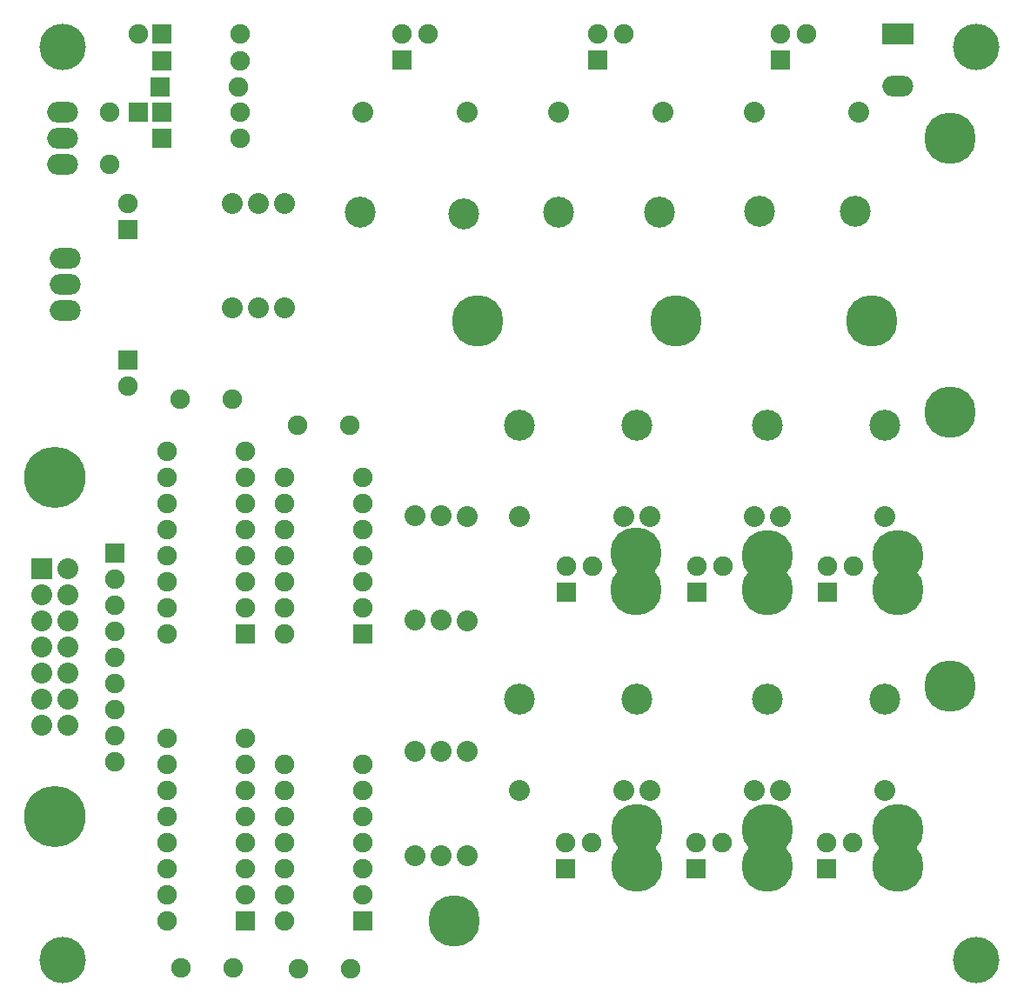
<source format=gbs>
%FSLAX34Y34*%
G04 Gerber Fmt 3.4, Leading zero omitted, Abs format*
G04 (created by PCBNEW (2013-12-09 BZR 4542)-product) date Wed 22 Jan 2014 23:18:31 CST*
%MOIN*%
G01*
G70*
G90*
G04 APERTURE LIST*
%ADD10C,0.005906*%
%ADD11R,0.075000X0.075000*%
%ADD12C,0.075000*%
%ADD13C,0.080000*%
%ADD14C,0.197200*%
%ADD15R,0.118400X0.079100*%
%ADD16O,0.118400X0.079100*%
%ADD17C,0.177500*%
%ADD18C,0.118400*%
%ADD19C,0.235000*%
%ADD20R,0.080000X0.080000*%
G04 APERTURE END LIST*
G54D10*
G54D11*
X31300Y-32900D03*
G54D12*
X31300Y-31900D03*
X32300Y-31900D03*
G54D11*
X36300Y-32900D03*
G54D12*
X36300Y-31900D03*
X37300Y-31900D03*
G54D11*
X41300Y-32900D03*
G54D12*
X41300Y-31900D03*
X42300Y-31900D03*
G54D11*
X41250Y-43500D03*
G54D12*
X41250Y-42500D03*
X42250Y-42500D03*
G54D11*
X36250Y-43500D03*
G54D12*
X36250Y-42500D03*
X37250Y-42500D03*
G54D11*
X31250Y-43500D03*
G54D12*
X31250Y-42500D03*
X32250Y-42500D03*
G54D11*
X39500Y-12500D03*
G54D12*
X39500Y-11500D03*
X40500Y-11500D03*
G54D11*
X32500Y-12500D03*
G54D12*
X32500Y-11500D03*
X33500Y-11500D03*
G54D11*
X25000Y-12500D03*
G54D12*
X25000Y-11500D03*
X26000Y-11500D03*
G54D13*
X33500Y-30000D03*
X29500Y-30000D03*
X19500Y-22000D03*
X19500Y-18000D03*
X20500Y-22000D03*
X20500Y-18000D03*
X25500Y-39000D03*
X25500Y-43000D03*
X26500Y-39000D03*
X26500Y-43000D03*
X27500Y-39000D03*
X27500Y-43000D03*
X25500Y-33975D03*
X25500Y-29975D03*
X26500Y-33975D03*
X26500Y-29975D03*
X27500Y-34000D03*
X27500Y-30000D03*
X18500Y-22000D03*
X18500Y-18000D03*
X33500Y-40500D03*
X29500Y-40500D03*
X23500Y-14500D03*
X27500Y-14500D03*
X38500Y-40500D03*
X34500Y-40500D03*
X31000Y-14500D03*
X35000Y-14500D03*
X38500Y-30000D03*
X34500Y-30000D03*
X43500Y-40500D03*
X39500Y-40500D03*
X38500Y-14500D03*
X42500Y-14500D03*
X43500Y-30000D03*
X39500Y-30000D03*
G54D11*
X19000Y-45500D03*
G54D12*
X19000Y-44500D03*
X19000Y-43500D03*
X19000Y-42500D03*
X19000Y-41500D03*
X19000Y-40500D03*
X19000Y-39500D03*
X19000Y-38500D03*
X16000Y-38500D03*
X16000Y-39500D03*
X16000Y-40500D03*
X16000Y-41500D03*
X16000Y-42500D03*
X16000Y-43500D03*
X16000Y-44500D03*
X16000Y-45500D03*
G54D11*
X19000Y-34500D03*
G54D12*
X19000Y-33500D03*
X19000Y-32500D03*
X19000Y-31500D03*
X19000Y-30500D03*
X19000Y-29500D03*
X19000Y-28500D03*
X19000Y-27500D03*
X16000Y-27500D03*
X16000Y-28500D03*
X16000Y-29500D03*
X16000Y-30500D03*
X16000Y-31500D03*
X16000Y-32500D03*
X16000Y-33500D03*
X16000Y-34500D03*
G54D11*
X23500Y-34500D03*
G54D12*
X23500Y-33500D03*
X23500Y-32500D03*
X23500Y-31500D03*
X23500Y-30500D03*
X23500Y-29500D03*
X23500Y-28500D03*
X20500Y-28500D03*
X20500Y-29500D03*
X20500Y-30500D03*
X20500Y-31500D03*
X20500Y-32500D03*
X20500Y-33500D03*
X20500Y-34500D03*
G54D11*
X23500Y-45500D03*
G54D12*
X23500Y-44500D03*
X23500Y-43500D03*
X23500Y-42500D03*
X23500Y-41500D03*
X23500Y-40500D03*
X23500Y-39500D03*
X20500Y-39500D03*
X20500Y-40500D03*
X20500Y-41500D03*
X20500Y-42500D03*
X20500Y-43500D03*
X20500Y-44500D03*
X20500Y-45500D03*
G54D11*
X15740Y-13530D03*
G54D12*
X18740Y-13530D03*
G54D11*
X15780Y-12540D03*
G54D12*
X18780Y-12540D03*
G54D11*
X15800Y-11500D03*
G54D12*
X18800Y-11500D03*
G54D11*
X14900Y-14500D03*
G54D12*
X14900Y-11500D03*
G54D11*
X15800Y-14500D03*
G54D12*
X18800Y-14500D03*
G54D11*
X15800Y-15500D03*
G54D12*
X18800Y-15500D03*
X21000Y-26500D03*
X23000Y-26500D03*
X21010Y-47330D03*
X23010Y-47330D03*
X16540Y-47310D03*
X18540Y-47310D03*
X13800Y-14500D03*
X13800Y-16500D03*
X16500Y-25500D03*
X18500Y-25500D03*
G54D11*
X14500Y-19000D03*
G54D12*
X14500Y-18000D03*
G54D11*
X14500Y-24000D03*
G54D12*
X14500Y-25000D03*
G54D14*
X27900Y-22500D03*
X33950Y-31400D03*
X33950Y-32800D03*
X34000Y-42000D03*
X35500Y-22500D03*
X39000Y-31500D03*
X39000Y-32800D03*
X39000Y-42000D03*
X43000Y-22500D03*
X44000Y-31500D03*
X44000Y-32800D03*
X44000Y-42000D03*
X44000Y-43400D03*
X39000Y-43400D03*
X34000Y-43400D03*
X46000Y-26000D03*
X46000Y-36500D03*
X46000Y-15500D03*
G54D15*
X44000Y-11500D03*
G54D16*
X44000Y-13500D03*
G54D17*
X12000Y-12000D03*
X12000Y-47000D03*
X47000Y-12000D03*
X47000Y-47000D03*
G54D18*
X23400Y-18350D03*
X27350Y-18400D03*
X31000Y-18350D03*
X34850Y-18350D03*
X38700Y-18300D03*
X42350Y-18300D03*
X43500Y-26500D03*
X39000Y-26500D03*
X34000Y-26500D03*
X29500Y-26500D03*
X29500Y-37000D03*
X34000Y-37000D03*
X39000Y-37000D03*
X43500Y-37000D03*
G54D16*
X12000Y-15500D03*
X12000Y-14500D03*
X12000Y-16500D03*
G54D11*
X14000Y-31400D03*
G54D12*
X14000Y-32400D03*
X14000Y-33400D03*
X14000Y-34400D03*
X14000Y-35400D03*
X14000Y-36400D03*
X14000Y-37400D03*
X14000Y-38400D03*
X14000Y-39400D03*
G54D14*
X27000Y-45500D03*
G54D19*
X11700Y-28500D03*
X11700Y-41500D03*
G54D20*
X11200Y-32000D03*
G54D13*
X12200Y-32000D03*
X11200Y-33000D03*
X12200Y-33000D03*
X11200Y-34000D03*
X12200Y-34000D03*
X11200Y-35000D03*
X12200Y-35000D03*
X11200Y-36000D03*
X12200Y-36000D03*
X11200Y-37000D03*
X12200Y-37000D03*
X11200Y-38000D03*
X12200Y-38000D03*
G54D16*
X12100Y-21100D03*
X12100Y-20100D03*
X12100Y-22100D03*
M02*

</source>
